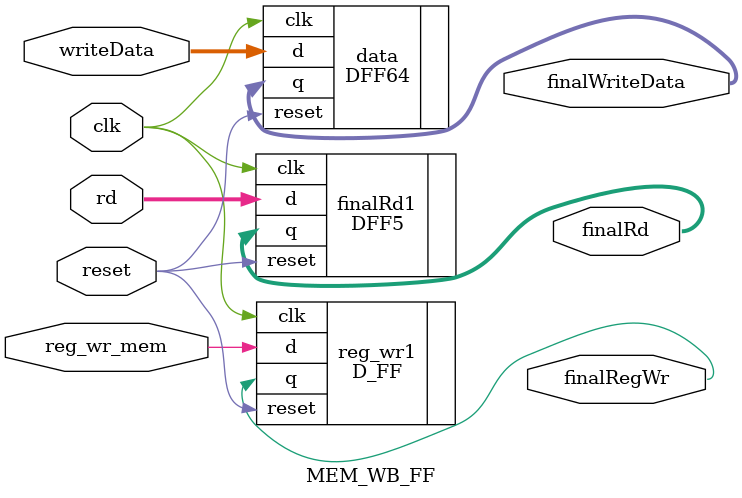
<source format=sv>
module MEM_WB_FF(reg_wr_mem, writeData, rd, finalRegWr, finalWriteData, finalRd, clk, reset);
	input logic clk, reset;
	input logic reg_wr_mem;
	input logic [4:0] rd;
	input logic [63:0] writeData; 
	output logic finalRegWr;
	output logic [63:0] finalWriteData; 
	output logic [4:0] finalRd;
	
	DFF64 data (.q(finalWriteData), .d(writeData), .reset, .clk);
	D_FF reg_wr1 (.q(finalRegWr), .d(reg_wr_mem), .reset, .clk);
	DFF5 finalRd1 (.q(finalRd), .d(rd), .reset, .clk);
	
endmodule


</source>
